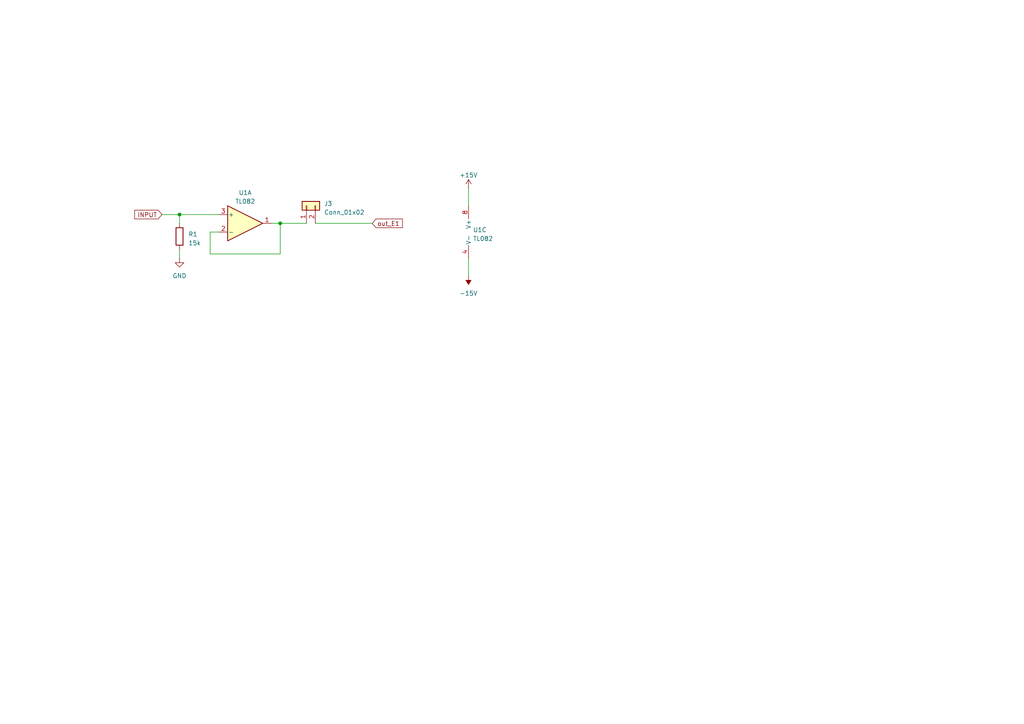
<source format=kicad_sch>
(kicad_sch (version 20230121) (generator eeschema)
  (paper "A4")
  (lib_symbols
    (symbol "Amplifier_Operational:TL082" (pin_names (offset 0.127))
      (property "Reference" "U" (at 0 5.08 0))
      (property "Value" "TL082" (at 0 -5.08 0))
      (symbol "TL082_1_1"
        (polyline (pts (xy -5.08 5.08) (xy 5.08 0) (xy -5.08 -5.08) (xy -5.08 5.08)) (stroke (width 0.254)) (fill (type background)))
        (pin output line (at 7.62 0 180) (length 2.54) (name "~") (number "1"))
        (pin input line (at -7.62 -2.54 0) (length 2.54) (name "-") (number "2"))
        (pin input line (at -7.62 2.54 0) (length 2.54) (name "+") (number "3"))
      )
      (symbol "TL082_2_1"
        (polyline (pts (xy -5.08 5.08) (xy 5.08 0) (xy -5.08 -5.08) (xy -5.08 5.08)) (stroke (width 0.254)) (fill (type background)))
        (pin input line (at -7.62 2.54 0) (length 2.54) (name "+") (number "5"))
        (pin input line (at -7.62 -2.54 0) (length 2.54) (name "-") (number "6"))
        (pin output line (at 7.62 0 180) (length 2.54) (name "~") (number "7"))
      )
      (symbol "TL082_3_1"
        (pin power_in line (at -2.54 -7.62 90) (length 3.81) (name "V-") (number "4"))
        (pin power_in line (at -2.54 7.62 270) (length 3.81) (name "V+") (number "8"))
      )
    )
    (symbol "Connector_Generic:Conn_01x02" (pin_names (offset 1.016) hide)
      (property "Reference" "J" (at 0 2.54 0))
      (property "Value" "Conn_01x02" (at 0 -5.08 0))
      (symbol "Conn_01x02_1_1"
        (rectangle (start -1.27 -2.413) (end 0 -2.667) (stroke (width 0.1524)))
        (rectangle (start -1.27 0.127) (end 0 -0.127) (stroke (width 0.1524)))
        (rectangle (start -1.27 1.27) (end 1.27 -3.81) (stroke (width 0.254)) (fill (type background)))
        (pin passive line (at -5.08 0 0) (length 3.81) (name "Pin_1") (number "1"))
        (pin passive line (at -5.08 -2.54 0) (length 3.81) (name "Pin_2") (number "2"))
      )
    )
    (symbol "Device:R" (pin_numbers hide) (pin_names (offset 0))
      (property "Reference" "R" (at 2.032 0 90))
      (property "Value" "R" (at 0 0 90))
      (symbol "R_0_1"
        (rectangle (start -1.016 -2.54) (end 1.016 2.54) (stroke (width 0.254)))
      )
      (symbol "R_1_1"
        (pin passive line (at 0 3.81 270) (length 1.27) (name "~") (number "1"))
        (pin passive line (at 0 -3.81 90) (length 1.27) (name "~") (number "2"))
      )
    )
    (symbol "power:+15V" (power) (pin_names (offset 0))
      (property "Value" "+15V" (at 0 3.556 0))
      (symbol "+15V_0_1"
        (polyline (pts (xy -0.762 1.27) (xy 0 2.54)))
        (polyline (pts (xy 0 0) (xy 0 2.54)))
        (polyline (pts (xy 0 2.54) (xy 0.762 1.27)))
      )
      (symbol "+15V_1_1"
        (pin power_in line (at 0 0 90) (length 0) hide (name "+15V") (number "1"))
      )
    )
    (symbol "power:-15V" (power) (pin_names (offset 0))
      (property "Value" "-15V" (at 0 3.81 0))
      (symbol "-15V_0_0"
        (pin power_in line (at 0 0 90) (length 0) hide (name "-15V") (number "1"))
      )
      (symbol "-15V_0_1"
        (polyline (pts (xy 0 0) (xy 0 1.27) (xy 0.762 1.27) (xy 0 2.54) (xy -0.762 1.27) (xy 0 1.27)) (fill (type outline)))
      )
    )
    (symbol "power:GND" (power) (pin_names (offset 0))
      (property "Value" "GND" (at 0 -3.81 0))
      (symbol "GND_0_1"
        (polyline (pts (xy 0 0) (xy 0 -1.27) (xy 1.27 -1.27) (xy 0 -2.54) (xy -1.27 -1.27) (xy 0 -1.27)))
      )
      (symbol "GND_1_1"
        (pin power_in line (at 0 0 270) (length 0) hide (name "GND") (number "1"))
      )
    )
  )
  (junction (at 52.07 62.23))
  (junction (at 81.28 64.77))
  (wire (pts (xy 135.89 54.61) (xy 135.89 59.69)))
  (wire (pts (xy 81.28 64.77) (xy 78.74 64.77)))
  (wire (pts (xy 52.07 62.23) (xy 63.5 62.23)))
  (wire (pts (xy 60.96 73.66) (xy 81.28 73.66)))
  (wire (pts (xy 91.44 64.77) (xy 107.95 64.77)))
  (wire (pts (xy 63.5 67.31) (xy 60.96 67.31)))
  (wire (pts (xy 60.96 67.31) (xy 60.96 73.66)))
  (wire (pts (xy 81.28 64.77) (xy 88.9 64.77)))
  (wire (pts (xy 52.07 72.39) (xy 52.07 74.93)))
  (wire (pts (xy 46.99 62.23) (xy 52.07 62.23)))
  (wire (pts (xy 81.28 73.66) (xy 81.28 64.77)))
  (wire (pts (xy 52.07 62.23) (xy 52.07 64.77)))
  (wire (pts (xy 135.89 74.93) (xy 135.89 80.01)))
  (global_label "out_E1" (shape input) (at 107.95 64.77 0) (property "Intersheetrefs" "${INTERSHEET_REFS}" (effects hide)))
  (global_label "INPUT" (shape input) (at 46.99 62.23 180) (property "Intersheetrefs" "${INTERSHEET_REFS}" (effects hide)))
  (symbol (lib_id "Amplifier_Operational:TL082") (at 138.43 67.31 0) (unit 3)
    (property "Reference" "U1" (at 137.16 66.675 0) (effects (justify left)))
    (property "Value" "TL082" (at 137.16 69.215 0) (effects (justify left)))
    (property "Footprint" "Package_DIP:DIP-8_W10.16mm_LongPads" (effects hide))
    (property "Datasheet" "http://www.ti.com/lit/ds/symlink/tl081.pdf" (effects hide))
  )
  (symbol (lib_id "Device:R") (at 52.07 68.58 0) (unit 1)
    (property "Reference" "R1" (at 54.61 67.945 0) (effects (justify left)))
    (property "Value" "15k" (at 54.61 70.485 0) (effects (justify left)))
    (property "Footprint" "Resistor_THT:R_Axial_DIN0207_L6.3mm_D2.5mm_P10.16mm_Horizontal" (effects hide))
    (instances (project "op" (path "" (reference "R1") (unit 1)) (path "" (reference "R4") (unit 1))))
  )
  (symbol (lib_id "power:GND") (at 52.07 74.93 0) (unit 1)
    (property "Reference" "#PWR06" (effects hide))
    (property "Value" "GND" (at 52.07 80.01 0))
  )
  (symbol (lib_id "power:+15V") (at 135.89 54.61 0) (unit 1)
    (property "Reference" "#PWR07" (effects hide))
    (property "Value" "+15V" (at 135.89 50.8 0))
  )
  (symbol (lib_id "Amplifier_Operational:TL082") (at 71.12 64.77 0) (unit 1)
    (property "Reference" "U1" (at 71.12 55.88 0))
    (property "Value" "TL082" (at 71.12 58.42 0))
    (property "Footprint" "Package_DIP:DIP-8_W10.16mm_LongPads" (effects hide))
    (property "Datasheet" "http://www.ti.com/lit/ds/symlink/tl081.pdf" (effects hide))
  )
  (symbol (lib_id "power:-15V") (at 135.89 80.01 180) (unit 1)
    (property "Reference" "#PWR08" (effects hide))
    (property "Value" "-15V" (at 135.89 85.09 0))
  )
  (symbol (lib_id "Connector_Generic:Conn_01x02") (at 88.9 59.69 90) (unit 1)
    (property "Reference" "J3" (at 93.98 59.055 90) (effects (justify right)))
    (property "Value" "Conn_01x02" (at 93.98 61.595 90) (effects (justify right)))
    (property "Footprint" "Connector_PinHeader_2.00mm:PinHeader_1x02_P2.00mm_Vertical" (effects hide))
    (instances (project "op" (path "" (reference "J3") (unit 1)) (path "" (reference "J12") (unit 1))))
  )
)
</source>
